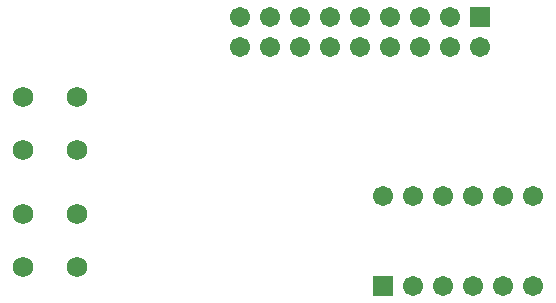
<source format=gbs>
G04*
G04 #@! TF.GenerationSoftware,Altium Limited,Altium Designer,24.5.2 (23)*
G04*
G04 Layer_Color=16711935*
%FSLAX44Y44*%
%MOMM*%
G71*
G04*
G04 #@! TF.SameCoordinates,B26EB2D3-40D5-4C0D-8AB9-A0D858DAE7C2*
G04*
G04*
G04 #@! TF.FilePolarity,Negative*
G04*
G01*
G75*
%ADD19C,1.7272*%
%ADD20R,1.7032X1.7032*%
%ADD21C,1.7032*%
%ADD22R,1.7032X1.7032*%
%ADD23C,1.7032*%
D19*
X50652Y191918D02*
D03*
X95652D02*
D03*
X50652Y146918D02*
D03*
X95652D02*
D03*
X50652Y92858D02*
D03*
X95652D02*
D03*
X50652Y47858D02*
D03*
X95652D02*
D03*
D20*
X436880Y259588D02*
D03*
D21*
X233680Y234188D02*
D03*
Y259588D02*
D03*
X259080Y234188D02*
D03*
Y259588D02*
D03*
X284480Y234188D02*
D03*
Y259588D02*
D03*
X309880Y234188D02*
D03*
Y259588D02*
D03*
X335280Y234188D02*
D03*
Y259588D02*
D03*
X360680Y234188D02*
D03*
Y259588D02*
D03*
X386080Y234188D02*
D03*
Y259588D02*
D03*
X411480Y234188D02*
D03*
Y259588D02*
D03*
X436880Y234188D02*
D03*
X482092Y32258D02*
D03*
X355092Y108458D02*
D03*
X380492D02*
D03*
X405892D02*
D03*
X431292D02*
D03*
X456692D02*
D03*
X482092D02*
D03*
D22*
X355092Y32258D02*
D03*
D23*
X380492D02*
D03*
X405892D02*
D03*
X431292D02*
D03*
X456692D02*
D03*
M02*

</source>
